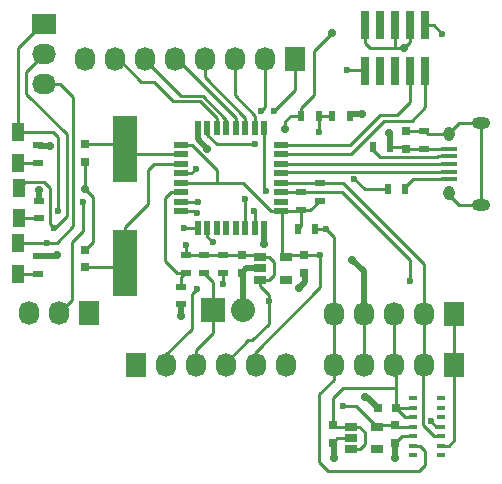
<source format=gtl>
G04 #@! TF.FileFunction,Copper,L1,Top,Signal*
%FSLAX46Y46*%
G04 Gerber Fmt 4.6, Leading zero omitted, Abs format (unit mm)*
G04 Created by KiCad (PCBNEW 4.0.5) date Thursday, January 05, 2017 'PMt' 10:01:30 PM*
%MOMM*%
%LPD*%
G01*
G04 APERTURE LIST*
%ADD10C,0.150000*%
%ADD11R,0.500000X0.900000*%
%ADD12R,2.100580X5.600700*%
%ADD13R,1.060000X0.650000*%
%ADD14R,1.200000X0.600000*%
%ADD15R,0.600000X1.200000*%
%ADD16R,0.750000X0.350000*%
%ADD17R,0.900000X0.500000*%
%ADD18R,1.727200X2.032000*%
%ADD19O,1.727200X2.032000*%
%ADD20R,2.032000X2.032000*%
%ADD21O,2.032000X2.032000*%
%ADD22R,1.350000X0.400000*%
%ADD23O,0.950000X1.250000*%
%ADD24O,1.550000X1.000000*%
%ADD25R,0.760000X2.400000*%
%ADD26R,0.750000X0.800000*%
%ADD27R,0.800000X0.750000*%
%ADD28R,1.000000X1.500000*%
%ADD29R,2.032000X1.727200*%
%ADD30O,2.032000X1.727200*%
%ADD31C,0.600000*%
%ADD32C,0.700000*%
%ADD33C,0.250000*%
%ADD34C,0.500000*%
G04 APERTURE END LIST*
D10*
D11*
X130200000Y-110050000D03*
X128700000Y-110050000D03*
D12*
X111150000Y-112802280D03*
X111150000Y-122500000D03*
D13*
X130300000Y-136350000D03*
X130300000Y-137300000D03*
X130300000Y-138250000D03*
X132500000Y-138250000D03*
X132500000Y-136350000D03*
X122600000Y-122000000D03*
X122600000Y-122950000D03*
X122600000Y-123900000D03*
X124800000Y-123900000D03*
X124800000Y-122000000D03*
D14*
X115900000Y-112500000D03*
X115900000Y-113300000D03*
X115900000Y-114100000D03*
X115900000Y-114900000D03*
X115900000Y-115700000D03*
X115900000Y-116500000D03*
X115900000Y-117300000D03*
X115900000Y-118100000D03*
D15*
X117350000Y-119550000D03*
X118150000Y-119550000D03*
X118950000Y-119550000D03*
X119750000Y-119550000D03*
X120550000Y-119550000D03*
X121350000Y-119550000D03*
X122150000Y-119550000D03*
X122950000Y-119550000D03*
D14*
X124400000Y-118100000D03*
X124400000Y-117300000D03*
X124400000Y-116500000D03*
X124400000Y-115700000D03*
X124400000Y-114900000D03*
X124400000Y-114100000D03*
X124400000Y-113300000D03*
X124400000Y-112500000D03*
D15*
X122950000Y-111050000D03*
X122150000Y-111050000D03*
X121350000Y-111050000D03*
X120550000Y-111050000D03*
X119750000Y-111050000D03*
X118950000Y-111050000D03*
X118150000Y-111050000D03*
X117350000Y-111050000D03*
D16*
X137950000Y-138750000D03*
X137950000Y-137950000D03*
X137950000Y-137150000D03*
X137950000Y-136350000D03*
X137950000Y-135550000D03*
X137950000Y-134750000D03*
X137950000Y-133950000D03*
X135550000Y-133950000D03*
X135550000Y-134750000D03*
X135550000Y-135550000D03*
X135550000Y-136350000D03*
X135550000Y-137150000D03*
X135550000Y-137950000D03*
X135550000Y-138750000D03*
D17*
X119500000Y-121850000D03*
X119500000Y-123350000D03*
X117900000Y-121850000D03*
X117900000Y-123350000D03*
X103800000Y-112500000D03*
X103800000Y-114000000D03*
X103900000Y-117200000D03*
X103900000Y-118700000D03*
X103800000Y-121900000D03*
X103800000Y-123400000D03*
X136500000Y-112800000D03*
X136500000Y-111300000D03*
D11*
X133650000Y-112700000D03*
X132150000Y-112700000D03*
D17*
X115950000Y-126000000D03*
X115950000Y-124500000D03*
X116300000Y-123350000D03*
X116300000Y-121850000D03*
D11*
X127600000Y-110050000D03*
X126100000Y-110050000D03*
X125800000Y-119600000D03*
X127300000Y-119600000D03*
D17*
X126050000Y-118000000D03*
X126050000Y-116500000D03*
X127650000Y-117200000D03*
X127650000Y-115700000D03*
D18*
X112080000Y-131100000D03*
D19*
X114620000Y-131100000D03*
X117160000Y-131100000D03*
X119700000Y-131100000D03*
X122240000Y-131100000D03*
X124780000Y-131100000D03*
D20*
X118610000Y-126500000D03*
D21*
X121150000Y-126500000D03*
D22*
X138587460Y-115400900D03*
X138587460Y-114750900D03*
X138587460Y-114100900D03*
X138587460Y-113450900D03*
X138587460Y-112800900D03*
D23*
X138587460Y-116600900D03*
X138587460Y-111600900D03*
D24*
X141287460Y-117600900D03*
X141287460Y-110600900D03*
D18*
X108140000Y-126750000D03*
D19*
X105600000Y-126750000D03*
X103060000Y-126750000D03*
D25*
X136540000Y-102350000D03*
X135270000Y-102350000D03*
X134000000Y-102350000D03*
X132730000Y-102350000D03*
X131460000Y-102350000D03*
X131460000Y-106250000D03*
X132730000Y-106250000D03*
X134000000Y-106250000D03*
X135270000Y-106250000D03*
X136540000Y-106250000D03*
D18*
X139020000Y-131100000D03*
D19*
X136480000Y-131100000D03*
X133940000Y-131100000D03*
X131400000Y-131100000D03*
X128860000Y-131100000D03*
D26*
X134050000Y-136200000D03*
X134050000Y-137700000D03*
X128750000Y-136200000D03*
X128750000Y-137700000D03*
X126350000Y-121850000D03*
X126350000Y-123350000D03*
X121050000Y-121850000D03*
X121050000Y-123350000D03*
X134950000Y-111300000D03*
X134950000Y-112800000D03*
X107800000Y-122850000D03*
X107800000Y-121350000D03*
X107800000Y-112450000D03*
X107800000Y-113950000D03*
D27*
X134100000Y-134750000D03*
X132600000Y-134750000D03*
D28*
X102100000Y-123400000D03*
X102100000Y-120800000D03*
X102200000Y-118700000D03*
X102200000Y-116100000D03*
X102100000Y-114000000D03*
X102100000Y-111400000D03*
D18*
X139030000Y-126850000D03*
D19*
X136490000Y-126850000D03*
X133950000Y-126850000D03*
X131410000Y-126850000D03*
X128870000Y-126850000D03*
D18*
X125590000Y-105200000D03*
D19*
X123050000Y-105200000D03*
X120510000Y-105200000D03*
X117970000Y-105200000D03*
X115430000Y-105200000D03*
X112890000Y-105200000D03*
X110350000Y-105200000D03*
X107810000Y-105200000D03*
D29*
X104300000Y-102260000D03*
D30*
X104300000Y-104800000D03*
X104300000Y-107340000D03*
D11*
X134900000Y-116250000D03*
X133400000Y-116250000D03*
D31*
X116300000Y-121000000D03*
X123350000Y-125750000D03*
D32*
X104839159Y-112550000D03*
D31*
X137050000Y-135900000D03*
D32*
X134050000Y-139000000D03*
X128850000Y-139000000D03*
X131500000Y-133850000D03*
X130400000Y-122200000D03*
X122900000Y-120900000D03*
X118150000Y-112800000D03*
X134770000Y-104300000D03*
X131250000Y-109900000D03*
X133550000Y-111450000D03*
X107800000Y-116250000D03*
X105450000Y-121850000D03*
X103900000Y-116300000D03*
X125900000Y-124600000D03*
X115950000Y-127000000D03*
X124750000Y-111150000D03*
X128700000Y-103000000D03*
D31*
X127700000Y-121800000D03*
X138050000Y-103100000D03*
X129639880Y-134596740D03*
X118600000Y-120750000D03*
X104550000Y-120800000D03*
X116125467Y-119557919D03*
X105150000Y-119550000D03*
X105521158Y-118097143D03*
X117300000Y-118250000D03*
X128200000Y-119600000D03*
X123150000Y-116400000D03*
X117193980Y-114495737D03*
X130000000Y-106150000D03*
X123744819Y-109648418D03*
X121300000Y-117100000D03*
X122707776Y-109607482D03*
X122100000Y-118050000D03*
X107572927Y-117343134D03*
X117350000Y-117300000D03*
X130600000Y-115400000D03*
X117256664Y-124650774D03*
X119450000Y-124300000D03*
X122144062Y-112455669D03*
X127600000Y-111400000D03*
X135300000Y-124050000D03*
D33*
X131090668Y-138250000D02*
X130300000Y-138250000D01*
X131500000Y-137840668D02*
X131090668Y-138250000D01*
X131011256Y-136350000D02*
X131500000Y-136838744D01*
X130300000Y-136350000D02*
X131011256Y-136350000D01*
X131500000Y-136838744D02*
X131500000Y-137840668D01*
X116300000Y-121850000D02*
X116300000Y-121000000D01*
X121950000Y-129050000D02*
X121597600Y-129050000D01*
X121597600Y-129050000D02*
X119700000Y-130947600D01*
X119700000Y-130947600D02*
X119700000Y-131100000D01*
X123350000Y-127650000D02*
X121950000Y-129050000D01*
X123350000Y-125750000D02*
X123350000Y-127650000D01*
X123350000Y-125225000D02*
X123350000Y-125750000D01*
X122600000Y-124475000D02*
X123350000Y-125225000D01*
X122600000Y-123900000D02*
X122600000Y-124475000D01*
X116300000Y-121850000D02*
X117900000Y-121850000D01*
X117900000Y-121850000D02*
X119500000Y-121850000D01*
X121050000Y-121850000D02*
X119500000Y-121850000D01*
X134100000Y-133050000D02*
X134100000Y-131233134D01*
X134100000Y-131233134D02*
X133966866Y-131100000D01*
X133966866Y-131100000D02*
X133940000Y-131100000D01*
X134100000Y-133050000D02*
X134100000Y-134750000D01*
X128750000Y-136200000D02*
X128750000Y-133900000D01*
X128750000Y-133900000D02*
X129594000Y-133056000D01*
X129594000Y-133056000D02*
X134094000Y-133056000D01*
X134094000Y-133056000D02*
X134100000Y-133050000D01*
X133950000Y-126850000D02*
X133950000Y-131090000D01*
X133950000Y-131090000D02*
X133940000Y-131100000D01*
X123800000Y-122420000D02*
X123800000Y-123480000D01*
X123800000Y-123480000D02*
X123380000Y-123900000D01*
X123380000Y-123900000D02*
X122600000Y-123900000D01*
X122600000Y-122000000D02*
X123380000Y-122000000D01*
X123380000Y-122000000D02*
X123800000Y-122420000D01*
X121050000Y-121850000D02*
X122450000Y-121850000D01*
X122450000Y-121850000D02*
X122600000Y-122000000D01*
X130300000Y-136350000D02*
X128900000Y-136350000D01*
X128900000Y-136350000D02*
X128750000Y-136200000D01*
X135550000Y-135550000D02*
X134900000Y-135550000D01*
X134900000Y-135550000D02*
X134100000Y-134750000D01*
X135550000Y-134750000D02*
X134100000Y-134750000D01*
D34*
X103850000Y-112550000D02*
X104839159Y-112550000D01*
X103800000Y-112500000D02*
X103850000Y-112550000D01*
D33*
X107800000Y-116250000D02*
X108431643Y-116881643D01*
X108431643Y-116881643D02*
X108431643Y-120718357D01*
X108431643Y-120718357D02*
X107800000Y-121350000D01*
X133650000Y-112700000D02*
X134850000Y-112700000D01*
X134850000Y-112700000D02*
X134950000Y-112800000D01*
X136500000Y-112800000D02*
X134950000Y-112800000D01*
X138587460Y-112800900D02*
X136500900Y-112800900D01*
X136500900Y-112800900D02*
X136500000Y-112800000D01*
X137050000Y-135900000D02*
X137500000Y-136350000D01*
X137500000Y-136350000D02*
X137950000Y-136350000D01*
D34*
X134050000Y-139000000D02*
X134050000Y-137700000D01*
X128850000Y-139000000D02*
X128850000Y-137800000D01*
X128850000Y-137800000D02*
X128750000Y-137700000D01*
X131500000Y-133850000D02*
X131700000Y-133850000D01*
X131700000Y-133850000D02*
X132600000Y-134750000D01*
X131410000Y-126850000D02*
X131410000Y-123210000D01*
X131410000Y-123210000D02*
X130400000Y-122200000D01*
X122900000Y-120900000D02*
X122900000Y-119600000D01*
X122900000Y-119600000D02*
X122950000Y-119550000D01*
X118150000Y-112800000D02*
X117350000Y-112000000D01*
X117350000Y-112000000D02*
X117350000Y-111050000D01*
X131250000Y-109900000D02*
X130350000Y-109900000D01*
X130350000Y-109900000D02*
X130200000Y-110050000D01*
X133650000Y-112700000D02*
X133650000Y-111550000D01*
X133650000Y-111550000D02*
X133550000Y-111450000D01*
D33*
X107800000Y-113950000D02*
X107800000Y-116250000D01*
D34*
X103800000Y-121900000D02*
X105400000Y-121900000D01*
X105400000Y-121900000D02*
X105450000Y-121850000D01*
X103900000Y-117200000D02*
X103900000Y-116300000D01*
X126400000Y-124100000D02*
X126400000Y-123400000D01*
X126400000Y-123400000D02*
X126350000Y-123350000D01*
X125900000Y-124600000D02*
X126400000Y-124100000D01*
X121050000Y-123350000D02*
X121450000Y-122950000D01*
X121450000Y-122950000D02*
X122600000Y-122950000D01*
X121150000Y-126500000D02*
X121150000Y-123450000D01*
X121150000Y-123450000D02*
X121050000Y-123350000D01*
X115950000Y-127000000D02*
X115950000Y-126000000D01*
D33*
X134770000Y-104300000D02*
X134000000Y-104300000D01*
X134000000Y-104300000D02*
X131900000Y-104300000D01*
X134000000Y-102350000D02*
X134000000Y-104300000D01*
X135270000Y-102350000D02*
X135270000Y-103800000D01*
X135270000Y-103800000D02*
X134770000Y-104300000D01*
X131900000Y-104300000D02*
X131460000Y-103860000D01*
X131460000Y-103860000D02*
X131460000Y-102350000D01*
X131400000Y-131100000D02*
X131400000Y-126860000D01*
X131400000Y-126860000D02*
X131410000Y-126850000D01*
X133731244Y-112800900D02*
X133632183Y-112701839D01*
X130300000Y-137300000D02*
X129150000Y-137300000D01*
X129150000Y-137300000D02*
X128750000Y-137700000D01*
X135550000Y-137150000D02*
X134600000Y-137150000D01*
X134600000Y-137150000D02*
X134050000Y-137700000D01*
X115900000Y-113300000D02*
X111254206Y-113300000D01*
X111254206Y-113300000D02*
X111100315Y-113146109D01*
X111647720Y-113300000D02*
X111150000Y-112802280D01*
X107800000Y-112450000D02*
X110797720Y-112450000D01*
X110797720Y-112450000D02*
X111150000Y-112802280D01*
X115900000Y-114100000D02*
X113657160Y-114100000D01*
X113657160Y-114100000D02*
X113656570Y-114100590D01*
X113646190Y-114100000D02*
X113100000Y-114646190D01*
X113100000Y-114646190D02*
X113100000Y-117499650D01*
X113100000Y-117499650D02*
X111150000Y-119449650D01*
X111150000Y-119449650D02*
X111150000Y-122500000D01*
X107800000Y-122850000D02*
X110800000Y-122850000D01*
X110800000Y-122850000D02*
X111150000Y-122500000D01*
X138587460Y-111600900D02*
X136800900Y-111600900D01*
X136800900Y-111600900D02*
X136500000Y-111300000D01*
X134950000Y-111300000D02*
X136500000Y-111300000D01*
X141287460Y-117600900D02*
X141287460Y-110600900D01*
X141287460Y-117600900D02*
X139437460Y-117600900D01*
X139437460Y-117600900D02*
X138587460Y-116750900D01*
X138587460Y-116750900D02*
X138587460Y-116600900D01*
X141287460Y-110600900D02*
X139437460Y-110600900D01*
X139437460Y-110600900D02*
X138587460Y-111450900D01*
X138587460Y-111450900D02*
X138587460Y-111600900D01*
X116850998Y-112500000D02*
X118950000Y-114599002D01*
X118950000Y-114599002D02*
X118950000Y-115700000D01*
X115900000Y-112500000D02*
X116850998Y-112500000D01*
X124750000Y-111150000D02*
X124750000Y-110500000D01*
X124750000Y-110500000D02*
X125200000Y-110050000D01*
X125200000Y-110050000D02*
X126100000Y-110050000D01*
X127150000Y-108300000D02*
X127150000Y-104550000D01*
X127150000Y-104550000D02*
X128700000Y-103000000D01*
X126100000Y-110050000D02*
X126100000Y-109350000D01*
X126100000Y-109350000D02*
X127150000Y-108300000D01*
X122172161Y-131105263D02*
X122172161Y-130077839D01*
X122172161Y-130077839D02*
X127700000Y-124550000D01*
X127700000Y-124550000D02*
X127700000Y-121800000D01*
X127700000Y-121800000D02*
X126400000Y-121800000D01*
X126400000Y-121800000D02*
X126350000Y-121850000D01*
X136540000Y-102350000D02*
X137300000Y-102350000D01*
X137300000Y-102350000D02*
X138050000Y-103100000D01*
X126050000Y-118000000D02*
X126050000Y-119350000D01*
X126050000Y-119350000D02*
X125800000Y-119600000D01*
X124500000Y-122050000D02*
X124500000Y-118200000D01*
X124500000Y-118200000D02*
X124400000Y-118100000D01*
X115900000Y-115700000D02*
X118950000Y-115700000D01*
X118950000Y-115700000D02*
X121150000Y-115700000D01*
X121150000Y-115700000D02*
X123550000Y-118100000D01*
X123550000Y-118100000D02*
X124400000Y-118100000D01*
X126250000Y-121750000D02*
X126350000Y-121850000D01*
X126050000Y-118000000D02*
X126850000Y-118000000D01*
X126850000Y-118000000D02*
X127650000Y-117200000D01*
X124400000Y-118100000D02*
X125950000Y-118100000D01*
X125950000Y-118100000D02*
X126050000Y-118000000D01*
X126350000Y-121850000D02*
X124950000Y-121850000D01*
X124950000Y-121850000D02*
X124800000Y-122000000D01*
X130746740Y-134596740D02*
X129639880Y-134596740D01*
X132500000Y-136350000D02*
X130746740Y-134596740D01*
X130546740Y-134596740D02*
X129639880Y-134596740D01*
X134050000Y-136200000D02*
X132650000Y-136200000D01*
X132650000Y-136200000D02*
X132500000Y-136350000D01*
X135550000Y-136350000D02*
X134200000Y-136350000D01*
X134200000Y-136350000D02*
X134050000Y-136200000D01*
X103800000Y-123400000D02*
X102100000Y-123400000D01*
X104550000Y-120800000D02*
X105400000Y-120800000D01*
X105690000Y-107340000D02*
X104300000Y-107340000D01*
X105400000Y-120800000D02*
X106800000Y-119400000D01*
X106800000Y-119400000D02*
X106800000Y-108450000D01*
X106800000Y-108450000D02*
X105690000Y-107340000D01*
X118600000Y-120750000D02*
X118150000Y-120300000D01*
X118150000Y-120300000D02*
X118150000Y-119550000D01*
X102100000Y-120800000D02*
X104550000Y-120800000D01*
X103900000Y-118700000D02*
X102200000Y-118700000D01*
X105150000Y-119550000D02*
X105228575Y-119550000D01*
X105228575Y-119550000D02*
X106260587Y-118517988D01*
X106260587Y-118517988D02*
X106260587Y-111610587D01*
X106260587Y-111610587D02*
X102821687Y-108171687D01*
X102821687Y-108171687D02*
X102821687Y-106278313D01*
X102821687Y-106278313D02*
X104300000Y-104800000D01*
X105150000Y-119550000D02*
X104822198Y-119222198D01*
X104822198Y-119222198D02*
X104822198Y-116133065D01*
X104822198Y-116133065D02*
X104289133Y-115600000D01*
X102700000Y-115600000D02*
X102200000Y-116100000D01*
X104289133Y-115600000D02*
X102700000Y-115600000D01*
X116133386Y-119550000D02*
X116125467Y-119557919D01*
X117350000Y-119550000D02*
X116133386Y-119550000D01*
X103800000Y-114000000D02*
X102100000Y-114000000D01*
X102100000Y-111400000D02*
X105050000Y-111400000D01*
X105050000Y-111400000D02*
X105514169Y-111864169D01*
X105514169Y-111864169D02*
X105514169Y-118090154D01*
X105514169Y-118090154D02*
X105521158Y-118097143D01*
X102100000Y-104307600D02*
X104147600Y-102260000D01*
X104147600Y-102260000D02*
X104300000Y-102260000D01*
X102100000Y-111400000D02*
X102100000Y-104307600D01*
X115900000Y-118100000D02*
X117150000Y-118100000D01*
X117150000Y-118100000D02*
X117300000Y-118250000D01*
X128900000Y-120300000D02*
X128870000Y-120330000D01*
X128870000Y-120330000D02*
X128870000Y-126850000D01*
X128200000Y-119600000D02*
X128900000Y-120300000D01*
X128200000Y-119600000D02*
X127300000Y-119600000D01*
X122950000Y-111050000D02*
X122950000Y-116200000D01*
X122950000Y-116200000D02*
X123150000Y-116400000D01*
X128860000Y-131100000D02*
X128860000Y-132366000D01*
X128860000Y-132366000D02*
X128834000Y-132366000D01*
X128834000Y-132366000D02*
X127600000Y-133600000D01*
X127600000Y-133600000D02*
X127600000Y-139350000D01*
X127600000Y-139350000D02*
X128350000Y-140100000D01*
X128350000Y-140100000D02*
X136068618Y-140100000D01*
X136600000Y-138375000D02*
X136175000Y-137950000D01*
X136068618Y-140100000D02*
X136600000Y-139568618D01*
X136600000Y-139568618D02*
X136600000Y-138375000D01*
X136175000Y-137950000D02*
X135550000Y-137950000D01*
X128870000Y-126850000D02*
X128870000Y-131090000D01*
X128870000Y-131090000D02*
X128860000Y-131100000D01*
X115900000Y-114900000D02*
X116789717Y-114900000D01*
X116789717Y-114900000D02*
X117193980Y-114495737D01*
X130000000Y-106150000D02*
X131360000Y-106150000D01*
X131360000Y-106150000D02*
X131460000Y-106250000D01*
X132750000Y-110000000D02*
X130250000Y-112500000D01*
X130250000Y-112500000D02*
X124400000Y-112500000D01*
X134170000Y-110000000D02*
X132750000Y-110000000D01*
X135320000Y-107400000D02*
X135320000Y-108850000D01*
X135320000Y-108850000D02*
X134170000Y-110000000D01*
X135449989Y-110450011D02*
X136590000Y-109310000D01*
X133114987Y-110450011D02*
X135449989Y-110450011D01*
X130264998Y-113300000D02*
X133114987Y-110450011D01*
X124400000Y-113300000D02*
X130264998Y-113300000D01*
X136590000Y-109310000D02*
X136590000Y-107400000D01*
X125606066Y-104316039D02*
X125588805Y-104333300D01*
X125588805Y-104333300D02*
X125588805Y-107804432D01*
X125588805Y-107804432D02*
X123744819Y-109648418D01*
X121300000Y-118650000D02*
X121300000Y-117100000D01*
X121350000Y-119550000D02*
X121350000Y-118700000D01*
X121350000Y-118700000D02*
X121300000Y-118650000D01*
X123022623Y-104356315D02*
X123016869Y-104362069D01*
X123016869Y-104362069D02*
X123016869Y-109298389D01*
X123016869Y-109298389D02*
X122707776Y-109607482D01*
X122150000Y-119550000D02*
X122150000Y-118100000D01*
X122150000Y-118100000D02*
X122100000Y-118050000D01*
X122150000Y-111050000D02*
X122150000Y-110004878D01*
X122150000Y-110004878D02*
X120444669Y-108299547D01*
X120444669Y-108299547D02*
X120444669Y-104267571D01*
X120444669Y-104267571D02*
X120456832Y-104255408D01*
X121350000Y-111050000D02*
X121350000Y-110200000D01*
X121350000Y-110200000D02*
X117902627Y-106752627D01*
X117902627Y-106752627D02*
X117902627Y-104377036D01*
X117902627Y-104377036D02*
X117914790Y-104364873D01*
X120550000Y-111050000D02*
X120550000Y-110200000D01*
X120550000Y-110200000D02*
X115433562Y-105083562D01*
X115433562Y-105083562D02*
X115433562Y-104401361D01*
X115433562Y-104401361D02*
X115409237Y-104377036D01*
X112892561Y-105298196D02*
X112892561Y-104491534D01*
X115944354Y-108349989D02*
X112892561Y-105298196D01*
X117736400Y-108349989D02*
X115944354Y-108349989D01*
X119750000Y-110363589D02*
X117736400Y-108349989D01*
X119750000Y-111050000D02*
X119750000Y-110363589D01*
X118950000Y-111050000D02*
X118950000Y-110200000D01*
X118950000Y-110200000D02*
X117550000Y-108800000D01*
X117550000Y-108800000D02*
X115250000Y-108800000D01*
X115250000Y-108800000D02*
X113587266Y-107137266D01*
X113587266Y-107137266D02*
X112564715Y-107137266D01*
X112564715Y-107137266D02*
X110314406Y-104886957D01*
X105600000Y-126750000D02*
X106685584Y-125664416D01*
X106685584Y-125664416D02*
X106685584Y-120677820D01*
X106685584Y-120677820D02*
X107572927Y-119790477D01*
X107572927Y-119790477D02*
X107572927Y-117343134D01*
X117350000Y-117300000D02*
X115900000Y-117300000D01*
X133400000Y-116250000D02*
X131450000Y-116250000D01*
X131450000Y-116250000D02*
X130600000Y-115400000D01*
X114620000Y-131100000D02*
X114500000Y-130980000D01*
X114500000Y-130980000D02*
X114500000Y-130394607D01*
X114500000Y-130394607D02*
X116832437Y-128062170D01*
X116832437Y-125075001D02*
X117256664Y-124650774D01*
X116832437Y-128062170D02*
X116832437Y-125075001D01*
X119450000Y-124300000D02*
X119450000Y-123400000D01*
X119450000Y-123400000D02*
X119500000Y-123350000D01*
X114620000Y-130947600D02*
X114620000Y-131100000D01*
X124400000Y-114900000D02*
X124791314Y-114900000D01*
X124791314Y-114900000D02*
X124940414Y-114750900D01*
X124940414Y-114750900D02*
X133537460Y-114750900D01*
X133537460Y-114750900D02*
X138587460Y-114750900D01*
X132611560Y-114100000D02*
X137661560Y-114100000D01*
X138587460Y-114100900D02*
X137662460Y-114100900D01*
X127350000Y-114100000D02*
X124400000Y-114100000D01*
X132611560Y-114100000D02*
X127350000Y-114100000D01*
X138587460Y-113450900D02*
X137662460Y-113450900D01*
X137662460Y-113450900D02*
X137588359Y-113525001D01*
X137588359Y-113525001D02*
X132775001Y-113525001D01*
X132775001Y-113525001D02*
X132150000Y-112900000D01*
X132150000Y-112900000D02*
X132150000Y-112700000D01*
X118610000Y-124955435D02*
X118610000Y-126500000D01*
X117900000Y-123350000D02*
X118610000Y-124060000D01*
X118610000Y-124060000D02*
X118610000Y-124955435D01*
X117160000Y-131100000D02*
X117160000Y-129834000D01*
X117160000Y-129834000D02*
X118610000Y-128384000D01*
X118610000Y-128384000D02*
X118610000Y-126500000D01*
X117160000Y-130947600D02*
X117160000Y-131100000D01*
X118610000Y-126500000D02*
X118610000Y-126957600D01*
X118925001Y-112455669D02*
X122144062Y-112455669D01*
X118150000Y-111680668D02*
X118925001Y-112455669D01*
X118150000Y-111050000D02*
X118150000Y-111680668D01*
X128700000Y-110050000D02*
X127600000Y-110050000D01*
X127600000Y-111400000D02*
X127600000Y-110100000D01*
X114600000Y-116950000D02*
X115050000Y-116500000D01*
X115050000Y-116500000D02*
X115900000Y-116500000D01*
X114600000Y-122350000D02*
X114600000Y-116950000D01*
X116300000Y-123350000D02*
X115600000Y-123350000D01*
X115600000Y-123350000D02*
X114600000Y-122350000D01*
X115950000Y-124500000D02*
X115950000Y-123700000D01*
X115950000Y-123700000D02*
X116300000Y-123350000D01*
X126050000Y-116500000D02*
X129540962Y-116500000D01*
X129540962Y-116500000D02*
X135300000Y-122259038D01*
X135300000Y-122259038D02*
X135300000Y-124050000D01*
X137950000Y-137950000D02*
X138575000Y-137950000D01*
X139020000Y-137505000D02*
X139020000Y-132620000D01*
X138575000Y-137950000D02*
X139020000Y-137505000D01*
X139020000Y-132620000D02*
X139020000Y-131100000D01*
X139020000Y-131100000D02*
X139020000Y-126860000D01*
X139020000Y-126860000D02*
X139030000Y-126850000D01*
X124400000Y-116500000D02*
X126050000Y-116500000D01*
X137300998Y-137150000D02*
X136374999Y-136224001D01*
X136374999Y-131205001D02*
X136480000Y-131100000D01*
X137950000Y-137150000D02*
X137300998Y-137150000D01*
X136374999Y-136224001D02*
X136374999Y-131205001D01*
X129400000Y-115700000D02*
X129631841Y-115700000D01*
X129631841Y-115700000D02*
X136490000Y-122558159D01*
X136490000Y-122558159D02*
X136490000Y-126850000D01*
X129400000Y-115700000D02*
X127650000Y-115700000D01*
X136480000Y-131100000D02*
X136480000Y-126860000D01*
X136480000Y-126860000D02*
X136490000Y-126850000D01*
X124400000Y-115700000D02*
X129400000Y-115700000D01*
X138587460Y-115400900D02*
X135549100Y-115400900D01*
X135549100Y-115400900D02*
X134900000Y-116050000D01*
X134900000Y-116050000D02*
X134900000Y-116250000D01*
M02*

</source>
